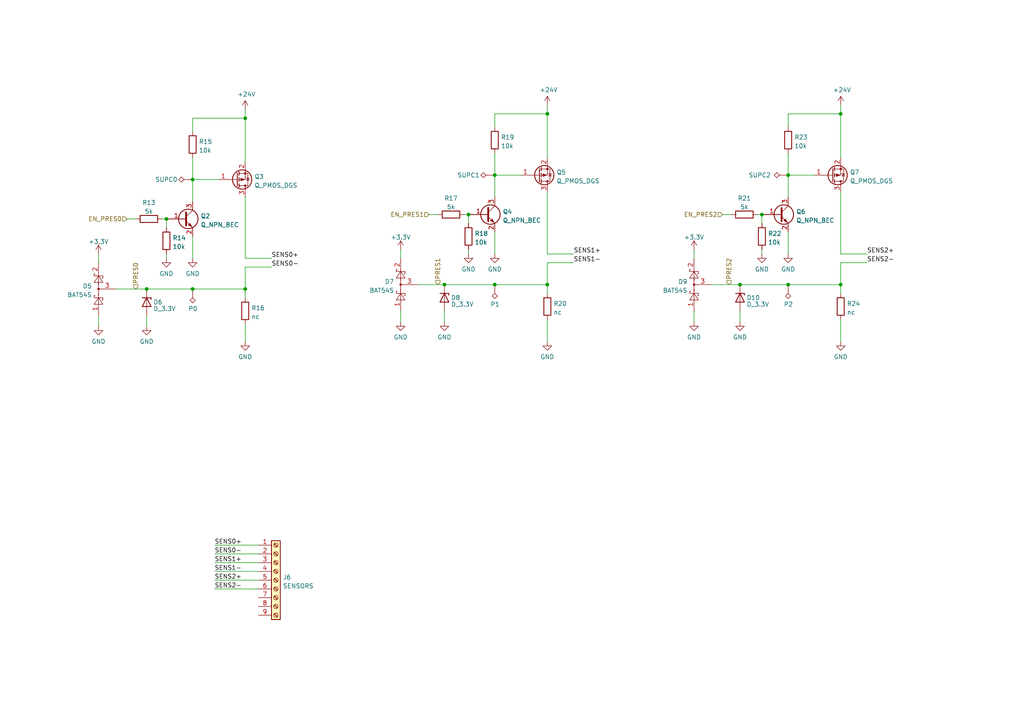
<source format=kicad_sch>
(kicad_sch (version 20211123) (generator eeschema)
  (paper "A4")
  (title_block (title "FloatPUMP Schematics") (date "2022-11-11") (rev "1.0") (company "robtor.de") (comment 1 "Controller board for up to 3 water pumps") (comment 2 "measuring capabilities with piezoresistive pressure sensors") (comment 3 "sensor input Range 4mA-20mA"))
  (lib_symbols
    (symbol "Connector:Screw_Terminal_01x09" (pin_names (offset 1.016) hide)
      (property "Reference" "J" (at 0 12.7 0))
      (property "Value" "Screw_Terminal_01x09" (at 0 -12.7 0))
      (symbol "Screw_Terminal_01x09_1_1"
        (rectangle (start -1.27 11.43) (end 1.27 -11.43) (stroke (width 0.254)) (fill (type background)))
        (circle (center 0 -10.16) (radius 0.635) (stroke (width 0.1524)))
        (circle (center 0 -7.62) (radius 0.635) (stroke (width 0.1524)))
        (circle (center 0 -5.08) (radius 0.635) (stroke (width 0.1524)))
        (circle (center 0 -2.54) (radius 0.635) (stroke (width 0.1524)))
        (polyline (pts (xy -0.5334 -9.8298) (xy 0.3302 -10.668)) (stroke (width 0.1524)))
        (polyline (pts (xy -0.5334 -7.2898) (xy 0.3302 -8.128)) (stroke (width 0.1524)))
        (polyline (pts (xy -0.5334 -4.7498) (xy 0.3302 -5.588)) (stroke (width 0.1524)))
        (polyline (pts (xy -0.5334 -2.2098) (xy 0.3302 -3.048)) (stroke (width 0.1524)))
        (polyline (pts (xy -0.5334 0.3302) (xy 0.3302 -0.508)) (stroke (width 0.1524)))
        (polyline (pts (xy -0.5334 2.8702) (xy 0.3302 2.032)) (stroke (width 0.1524)))
        (polyline (pts (xy -0.5334 5.4102) (xy 0.3302 4.572)) (stroke (width 0.1524)))
        (polyline (pts (xy -0.5334 7.9502) (xy 0.3302 7.112)) (stroke (width 0.1524)))
        (polyline (pts (xy -0.5334 10.4902) (xy 0.3302 9.652)) (stroke (width 0.1524)))
        (polyline (pts (xy -0.3556 -9.652) (xy 0.508 -10.4902)) (stroke (width 0.1524)))
        (polyline (pts (xy -0.3556 -7.112) (xy 0.508 -7.9502)) (stroke (width 0.1524)))
        (polyline (pts (xy -0.3556 -4.572) (xy 0.508 -5.4102)) (stroke (width 0.1524)))
        (polyline (pts (xy -0.3556 -2.032) (xy 0.508 -2.8702)) (stroke (width 0.1524)))
        (polyline (pts (xy -0.3556 0.508) (xy 0.508 -0.3302)) (stroke (width 0.1524)))
        (polyline (pts (xy -0.3556 3.048) (xy 0.508 2.2098)) (stroke (width 0.1524)))
        (polyline (pts (xy -0.3556 5.588) (xy 0.508 4.7498)) (stroke (width 0.1524)))
        (polyline (pts (xy -0.3556 8.128) (xy 0.508 7.2898)) (stroke (width 0.1524)))
        (polyline (pts (xy -0.3556 10.668) (xy 0.508 9.8298)) (stroke (width 0.1524)))
        (circle (center 0 0) (radius 0.635) (stroke (width 0.1524)))
        (circle (center 0 2.54) (radius 0.635) (stroke (width 0.1524)))
        (circle (center 0 5.08) (radius 0.635) (stroke (width 0.1524)))
        (circle (center 0 7.62) (radius 0.635) (stroke (width 0.1524)))
        (circle (center 0 10.16) (radius 0.635) (stroke (width 0.1524)))
        (pin passive line (at -5.08 10.16 0) (length 3.81) (name "Pin_1") (number "1"))
        (pin passive line (at -5.08 7.62 0) (length 3.81) (name "Pin_2") (number "2"))
        (pin passive line (at -5.08 5.08 0) (length 3.81) (name "Pin_3") (number "3"))
        (pin passive line (at -5.08 2.54 0) (length 3.81) (name "Pin_4") (number "4"))
        (pin passive line (at -5.08 0 0) (length 3.81) (name "Pin_5") (number "5"))
        (pin passive line (at -5.08 -2.54 0) (length 3.81) (name "Pin_6") (number "6"))
        (pin passive line (at -5.08 -5.08 0) (length 3.81) (name "Pin_7") (number "7"))
        (pin passive line (at -5.08 -7.62 0) (length 3.81) (name "Pin_8") (number "8"))
        (pin passive line (at -5.08 -10.16 0) (length 3.81) (name "Pin_9") (number "9"))
      )
    )
    (symbol "Connector:TestPoint_Alt" (pin_numbers hide) (pin_names (offset 0.762) hide)
      (property "Reference" "TP" (at 0 6.858 0))
      (property "Value" "TestPoint_Alt" (at 0 5.08 0))
      (symbol "TestPoint_Alt_0_1"
        (polyline (pts (xy 0 2.54) (xy -0.762 3.302) (xy 0 4.064) (xy 0.762 3.302) (xy 0 2.54)))
      )
      (symbol "TestPoint_Alt_1_1"
        (pin passive line (at 0 0 90) (length 2.54) (name "1") (number "1"))
      )
    )
    (symbol "D_Zener_1" (pin_numbers hide) (pin_names (offset 1.016) hide)
      (property "Reference" "D?" (at 2.032 0.8347 90))
      (property "Value" "D_Zener_1" (at 2.032 -1.7022 90))
      (symbol "D_Zener_1_0_1"
        (polyline (pts (xy 1.27 0) (xy -1.27 0)))
        (polyline (pts (xy -1.27 -1.27) (xy -1.27 1.27) (xy -0.762 1.27)) (stroke (width 0.254)))
        (polyline (pts (xy 1.27 -1.27) (xy 1.27 1.27) (xy -1.27 0) (xy 1.27 -1.27)) (stroke (width 0.254)))
      )
      (symbol "D_Zener_1_1_1"
        (pin passive line (at 3.81 0 180) (length 2.54) (name "A") (number "1"))
        (pin passive line (at -3.81 0 0) (length 2.54) (name "K") (number "3"))
      )
    )
    (symbol "Device:Q_NPN_BEC" (pin_names (offset 0) hide)
      (property "Reference" "Q" (at 5.08 1.27 0))
      (property "Value" "Q_NPN_BEC" (at 5.08 -1.27 0))
      (symbol "Q_NPN_BEC_0_1"
        (polyline (pts (xy 0.635 0.635) (xy 2.54 2.54)))
        (polyline (pts (xy 0.635 -0.635) (xy 2.54 -2.54) (xy 2.54 -2.54)))
        (polyline (pts (xy 0.635 1.905) (xy 0.635 -1.905) (xy 0.635 -1.905)) (stroke (width 0.508)))
        (polyline (pts (xy 1.27 -1.778) (xy 1.778 -1.27) (xy 2.286 -2.286) (xy 1.27 -1.778) (xy 1.27 -1.778)) (fill (type outline)))
        (circle (center 1.27 0) (radius 2.8194) (stroke (width 0.254)))
      )
      (symbol "Q_NPN_BEC_1_1"
        (pin input line (at -5.08 0 0) (length 5.715) (name "B") (number "1"))
        (pin passive line (at 2.54 -5.08 90) (length 2.54) (name "E") (number "2"))
        (pin passive line (at 2.54 5.08 270) (length 2.54) (name "C") (number "3"))
      )
    )
    (symbol "Device:Q_PMOS_GSD" (pin_names (offset 0) hide)
      (property "Reference" "Q" (at 5.08 1.27 0))
      (property "Value" "Q_PMOS_GSD" (at 5.08 -1.27 0))
      (symbol "Q_PMOS_GSD_0_1"
        (polyline (pts (xy 0.254 0) (xy -2.54 0)))
        (polyline (pts (xy 0.254 1.905) (xy 0.254 -1.905)) (stroke (width 0.254)))
        (polyline (pts (xy 0.762 -1.27) (xy 0.762 -2.286)) (stroke (width 0.254)))
        (polyline (pts (xy 0.762 0.508) (xy 0.762 -0.508)) (stroke (width 0.254)))
        (polyline (pts (xy 0.762 2.286) (xy 0.762 1.27)) (stroke (width 0.254)))
        (polyline (pts (xy 2.54 2.54) (xy 2.54 1.778)))
        (polyline (pts (xy 2.54 -2.54) (xy 2.54 0) (xy 0.762 0)))
        (polyline (pts (xy 0.762 1.778) (xy 3.302 1.778) (xy 3.302 -1.778) (xy 0.762 -1.778)))
        (polyline (pts (xy 2.286 0) (xy 1.27 0.381) (xy 1.27 -0.381) (xy 2.286 0)) (fill (type outline)))
        (polyline (pts (xy 2.794 -0.508) (xy 2.921 -0.381) (xy 3.683 -0.381) (xy 3.81 -0.254)))
        (polyline (pts (xy 3.302 -0.381) (xy 2.921 0.254) (xy 3.683 0.254) (xy 3.302 -0.381)))
        (circle (center 1.651 0) (radius 2.794) (stroke (width 0.254)))
        (circle (center 2.54 -1.778) (radius 0.254) (fill (type outline)))
        (circle (center 2.54 1.778) (radius 0.254) (fill (type outline)))
      )
      (symbol "Q_PMOS_GSD_1_1"
        (pin input line (at -5.08 0 0) (length 2.54) (name "G") (number "1"))
        (pin passive line (at 2.54 -5.08 90) (length 2.54) (name "S") (number "2"))
        (pin passive line (at 2.54 5.08 270) (length 2.54) (name "D") (number "3"))
      )
    )
    (symbol "Device:R" (pin_numbers hide) (pin_names (offset 0))
      (property "Reference" "R" (at 2.032 0 90))
      (property "Value" "R" (at 0 0 90))
      (symbol "R_0_1"
        (rectangle (start -1.016 -2.54) (end 1.016 2.54) (stroke (width 0.254)))
      )
      (symbol "R_1_1"
        (pin passive line (at 0 3.81 270) (length 1.27) (name "~") (number "1"))
        (pin passive line (at 0 -3.81 90) (length 1.27) (name "~") (number "2"))
      )
    )
    (symbol "Diode:BAT54S" (pin_names (offset 1.016))
      (property "Reference" "D" (at 0.635 -3.81 0))
      (property "Value" "BAT54S" (at -6.35 3.175 0))
      (symbol "BAT54S_0_1"
        (polyline (pts (xy -3.81 0) (xy -1.27 0)))
        (polyline (pts (xy -3.175 -1.27) (xy -3.175 -1.016)))
        (polyline (pts (xy -2.54 -1.27) (xy -3.175 -1.27)))
        (polyline (pts (xy -2.54 -1.27) (xy -2.54 1.27)))
        (polyline (pts (xy -2.54 1.27) (xy -1.905 1.27)))
        (polyline (pts (xy -1.905 0) (xy 1.905 0)))
        (polyline (pts (xy -1.905 1.27) (xy -1.905 1.016)))
        (polyline (pts (xy 1.27 0) (xy 3.81 0)))
        (polyline (pts (xy 3.175 -1.27) (xy 3.175 -1.016)))
        (polyline (pts (xy 3.81 -1.27) (xy 3.175 -1.27)))
        (polyline (pts (xy 3.81 -1.27) (xy 3.81 1.27)))
        (polyline (pts (xy 3.81 1.27) (xy 4.445 1.27)))
        (polyline (pts (xy 4.445 1.27) (xy 4.445 1.016)))
        (polyline (pts (xy -4.445 1.27) (xy -4.445 -1.27) (xy -2.54 0) (xy -4.445 1.27)))
        (polyline (pts (xy 1.905 1.27) (xy 1.905 -1.27) (xy 3.81 0) (xy 1.905 1.27)))
        (circle (center 0 0) (radius 0.254) (fill (type outline)))
      )
      (symbol "BAT54S_1_1"
        (pin passive line (at -7.62 0 0) (length 3.81) (name "~") (number "1"))
        (pin passive line (at 7.62 0 180) (length 3.81) (name "~") (number "2"))
        (pin passive line (at 0 -5.08 90) (length 5.08) (name "~") (number "3"))
      )
    )
    (symbol "power:+24V" (power) (pin_names (offset 0))
      (property "Value" "+24V" (at 0 3.556 0))
      (symbol "+24V_0_1"
        (polyline (pts (xy -0.762 1.27) (xy 0 2.54)))
        (polyline (pts (xy 0 0) (xy 0 2.54)))
        (polyline (pts (xy 0 2.54) (xy 0.762 1.27)))
      )
      (symbol "+24V_1_1"
        (pin power_in line (at 0 0 90) (length 0) hide (name "+24V") (number "1"))
      )
    )
    (symbol "power:+3.3V" (power) (pin_names (offset 0))
      (property "Value" "+3.3V" (at 0 3.556 0))
      (symbol "+3.3V_0_1"
        (polyline (pts (xy -0.762 1.27) (xy 0 2.54)))
        (polyline (pts (xy 0 0) (xy 0 2.54)))
        (polyline (pts (xy 0 2.54) (xy 0.762 1.27)))
      )
      (symbol "+3.3V_1_1"
        (pin power_in line (at 0 0 90) (length 0) hide (name "+3.3V") (number "1"))
      )
    )
    (symbol "power:GND" (power) (pin_names (offset 0))
      (property "Value" "GND" (at 0 -3.81 0))
      (symbol "GND_0_1"
        (polyline (pts (xy 0 0) (xy 0 -1.27) (xy 1.27 -1.27) (xy 0 -2.54) (xy -1.27 -1.27) (xy 0 -1.27)))
      )
      (symbol "GND_1_1"
        (pin power_in line (at 0 0 270) (length 0) hide (name "GND") (number "1"))
      )
    )
  )
  (junction (at 143.51 50.8))
  (junction (at 128.905 82.55))
  (junction (at 158.75 33.02))
  (junction (at 243.84 33.02))
  (junction (at 243.84 82.55))
  (junction (at 55.88 52.07))
  (junction (at 158.75 82.55))
  (junction (at 228.6 82.55))
  (junction (at 228.6 50.8))
  (junction (at 42.545 83.82))
  (junction (at 214.63 82.55))
  (junction (at 220.98 62.23))
  (junction (at 135.89 62.23))
  (junction (at 55.88 83.82))
  (junction (at 71.12 34.29))
  (junction (at 143.51 82.55))
  (junction (at 71.12 83.82))
  (junction (at 48.26 63.5))
  (wire (pts (xy 33.655 83.82) (xy 42.545 83.82)))
  (wire (pts (xy 219.71 62.23) (xy 220.98 62.23)))
  (wire (pts (xy 128.905 82.55) (xy 143.51 82.55)))
  (wire (pts (xy 143.51 33.02) (xy 158.75 33.02)))
  (wire (pts (xy 62.23 170.815) (xy 74.93 170.815)))
  (wire (pts (xy 220.98 72.39) (xy 220.98 73.66)))
  (wire (pts (xy 228.6 44.45) (xy 228.6 50.8)))
  (wire (pts (xy 128.905 90.17) (xy 128.905 93.345)))
  (wire (pts (xy 134.62 62.23) (xy 135.89 62.23)))
  (wire (pts (xy 158.75 82.55) (xy 158.75 85.09)))
  (wire (pts (xy 71.12 31.75) (xy 71.12 34.29)))
  (wire (pts (xy 62.23 158.115) (xy 74.93 158.115)))
  (wire (pts (xy 243.84 82.55) (xy 243.84 85.09)))
  (wire (pts (xy 62.23 163.195) (xy 74.93 163.195)))
  (wire (pts (xy 62.23 165.735) (xy 74.93 165.735)))
  (wire (pts (xy 55.88 45.72) (xy 55.88 52.07)))
  (wire (pts (xy 166.37 76.2) (xy 158.75 76.2)))
  (wire (pts (xy 62.23 168.275) (xy 74.93 168.275)))
  (wire (pts (xy 228.6 67.31) (xy 228.6 73.66)))
  (wire (pts (xy 158.75 76.2) (xy 158.75 82.55)))
  (wire (pts (xy 243.84 92.71) (xy 243.84 99.06)))
  (wire (pts (xy 71.12 57.15) (xy 71.12 74.93)))
  (wire (pts (xy 124.46 62.23) (xy 127 62.23)))
  (wire (pts (xy 48.26 63.5) (xy 48.26 66.04)))
  (wire (pts (xy 158.75 92.71) (xy 158.75 99.06)))
  (wire (pts (xy 158.75 55.88) (xy 158.75 73.66)))
  (wire (pts (xy 201.295 72.39) (xy 201.295 74.93)))
  (wire (pts (xy 228.6 36.83) (xy 228.6 33.02)))
  (wire (pts (xy 158.75 30.48) (xy 158.75 33.02)))
  (wire (pts (xy 228.6 50.8) (xy 236.22 50.8)))
  (wire (pts (xy 201.295 90.17) (xy 201.295 93.345)))
  (wire (pts (xy 28.575 73.66) (xy 28.575 76.2)))
  (wire (pts (xy 143.51 36.83) (xy 143.51 33.02)))
  (wire (pts (xy 220.98 62.23) (xy 220.98 64.77)))
  (wire (pts (xy 78.74 77.47) (xy 71.12 77.47)))
  (wire (pts (xy 135.89 72.39) (xy 135.89 73.66)))
  (wire (pts (xy 78.74 74.93) (xy 71.12 74.93)))
  (wire (pts (xy 55.88 38.1) (xy 55.88 34.29)))
  (wire (pts (xy 228.6 82.55) (xy 243.84 82.55)))
  (wire (pts (xy 55.88 52.07) (xy 63.5 52.07)))
  (wire (pts (xy 36.83 63.5) (xy 39.37 63.5)))
  (wire (pts (xy 251.46 73.66) (xy 243.84 73.66)))
  (wire (pts (xy 28.575 91.44) (xy 28.575 94.615)))
  (wire (pts (xy 206.375 82.55) (xy 214.63 82.55)))
  (wire (pts (xy 55.88 68.58) (xy 55.88 74.93)))
  (wire (pts (xy 143.51 50.8) (xy 143.51 57.15)))
  (wire (pts (xy 55.88 34.29) (xy 71.12 34.29)))
  (wire (pts (xy 143.51 44.45) (xy 143.51 50.8)))
  (wire (pts (xy 121.285 82.55) (xy 128.905 82.55)))
  (wire (pts (xy 251.46 76.2) (xy 243.84 76.2)))
  (wire (pts (xy 209.55 62.23) (xy 212.09 62.23)))
  (wire (pts (xy 71.12 34.29) (xy 71.12 46.99)))
  (wire (pts (xy 135.89 64.77) (xy 135.89 62.23)))
  (wire (pts (xy 228.6 50.8) (xy 228.6 57.15)))
  (wire (pts (xy 143.51 67.31) (xy 143.51 73.66)))
  (wire (pts (xy 55.88 52.07) (xy 55.88 58.42)))
  (wire (pts (xy 42.545 91.44) (xy 42.545 94.615)))
  (wire (pts (xy 158.75 33.02) (xy 158.75 45.72)))
  (wire (pts (xy 243.84 33.02) (xy 243.84 45.72)))
  (wire (pts (xy 48.26 73.66) (xy 48.26 74.93)))
  (wire (pts (xy 143.51 82.55) (xy 158.75 82.55)))
  (wire (pts (xy 42.545 83.82) (xy 55.88 83.82)))
  (wire (pts (xy 166.37 73.66) (xy 158.75 73.66)))
  (wire (pts (xy 71.12 93.98) (xy 71.12 99.06)))
  (wire (pts (xy 116.205 72.39) (xy 116.205 74.93)))
  (wire (pts (xy 143.51 50.8) (xy 151.13 50.8)))
  (wire (pts (xy 214.63 82.55) (xy 228.6 82.55)))
  (wire (pts (xy 243.84 76.2) (xy 243.84 82.55)))
  (wire (pts (xy 228.6 33.02) (xy 243.84 33.02)))
  (wire (pts (xy 71.12 83.82) (xy 71.12 86.36)))
  (wire (pts (xy 62.23 160.655) (xy 74.93 160.655)))
  (wire (pts (xy 71.12 77.47) (xy 71.12 83.82)))
  (wire (pts (xy 55.88 83.82) (xy 71.12 83.82)))
  (wire (pts (xy 243.84 30.48) (xy 243.84 33.02)))
  (wire (pts (xy 243.84 55.88) (xy 243.84 73.66)))
  (wire (pts (xy 46.99 63.5) (xy 48.26 63.5)))
  (wire (pts (xy 116.205 90.17) (xy 116.205 93.345)))
  (wire (pts (xy 214.63 90.17) (xy 214.63 93.345)))
  (label "SENS0+" (at 78.74 74.93 0))
  (label "SENS1-" (at 166.37 76.2 0))
  (label "SENS0-" (at 78.74 77.47 0))
  (label "SENS1+" (at 166.37 73.66 0))
  (label "SENS1-" (at 62.23 165.735 0))
  (label "SENS1+" (at 62.23 163.195 0))
  (label "SENS2+" (at 251.46 73.66 0))
  (label "SENS2-" (at 251.46 76.2 0))
  (label "SENS0-" (at 62.23 160.655 0))
  (label "SENS2-" (at 62.23 170.815 0))
  (label "SENS2+" (at 62.23 168.275 0))
  (label "SENS0+" (at 62.23 158.115 0))
  (hierarchical_label "EN_PRES1" (shape input) (at 124.46 62.23 180))
  (hierarchical_label "PRES2" (shape input) (at 211.455 82.55 90))
  (hierarchical_label "PRES0" (shape input) (at 39.37 83.82 90))
  (hierarchical_label "EN_PRES2" (shape input) (at 209.55 62.23 180))
  (hierarchical_label "EN_PRES0" (shape input) (at 36.83 63.5 180))
  (hierarchical_label "PRES1" (shape input) (at 127 82.55 90))
  (symbol (lib_id "power:+24V") (at 71.12 31.75 0) (unit 1)
    (property "Reference" "#PWR044" (effects hide))
    (property "Value" "+24V" (at 71.501 27.3558 0))
  )
  (symbol (lib_id "power:+24V") (at 158.75 30.48 0) (unit 1)
    (property "Reference" "#PWR051" (effects hide))
    (property "Value" "+24V" (at 159.131 26.0858 0))
  )
  (symbol (lib_id "power:GND") (at 214.63 93.345 0) (unit 1)
    (property "Reference" "#PWR055" (effects hide))
    (property "Value" "GND" (at 214.63 97.7884 0))
  )
  (symbol (lib_id "Connector:Screw_Terminal_01x09") (at 80.01 168.275 0) (unit 1)
    (property "Reference" "J6" (at 82.042 167.4403 0) (effects (justify left)))
    (property "Value" "SENSORS" (at 82.042 169.9772 0) (effects (justify left)))
    (property "Footprint" "TerminalBlock_Phoenix:TerminalBlock_Phoenix_MKDS-3-9-5.08_1x09_P5.08mm_Horizontal" (effects hide))
  )
  (symbol (lib_id "Diode:BAT54S") (at 28.575 83.82 90) (unit 1)
    (property "Reference" "D5" (at 26.67 82.9853 90) (effects (justify left)))
    (property "Value" "BAT54S" (at 26.67 85.5222 90) (effects (justify left)))
    (property "Footprint" "Package_TO_SOT_SMD:SOT-23" (effects hide))
    (property "Datasheet" "https://www.diodes.com/assets/Datasheets/ds11005.pdf" (effects hide))
    (property "JLCPCB" "C2762214" (effects hide))
  )
  (symbol (lib_id "power:+24V") (at 243.84 30.48 0) (unit 1)
    (property "Reference" "#PWR058" (effects hide))
    (property "Value" "+24V" (at 244.221 26.0858 0))
  )
  (symbol (lib_id "Device:Q_PMOS_GSD") (at 156.21 50.8 0) (mirror x) (unit 1)
    (property "Reference" "Q5" (at 161.417 49.9653 0) (effects (justify left)))
    (property "Value" "Q_PMOS_DGS" (at 161.417 52.5022 0) (effects (justify left)))
    (property "Footprint" "Package_TO_SOT_SMD:SOT-23" (effects hide))
    (property "Datasheet" "https://datasheet.lcsc.com/lcsc/1809291614_Jiangsu-Changjing-Electronics-Technology-Co---Ltd--BSS84_C114481.pdf" (effects hide))
    (property "JLCPCB" " C114481" (effects hide))
  )
  (symbol (lib_id "power:GND") (at 228.6 73.66 0) (unit 1)
    (property "Reference" "#PWR057" (effects hide))
    (property "Value" "GND" (at 228.6 78.1034 0))
  )
  (symbol (lib_id "power:GND") (at 116.205 93.345 0) (unit 1)
    (property "Reference" "#PWR047" (effects hide))
    (property "Value" "GND" (at 116.205 97.7884 0))
  )
  (symbol (lib_id "Device:Q_PMOS_GSD") (at 68.58 52.07 0) (mirror x) (unit 1)
    (property "Reference" "Q3" (at 73.787 51.2353 0) (effects (justify left)))
    (property "Value" "Q_PMOS_DGS" (at 73.787 53.7722 0) (effects (justify left)))
    (property "Footprint" "Package_TO_SOT_SMD:SOT-23" (effects hide))
    (property "Datasheet" "https://datasheet.lcsc.com/lcsc/1809291614_Jiangsu-Changjing-Electronics-Technology-Co---Ltd--BSS84_C114481.pdf" (effects hide))
    (property "JLCPCB" " C114481" (effects hide))
  )
  (symbol (lib_id "power:GND") (at 158.75 99.06 0) (unit 1)
    (property "Reference" "#PWR052" (effects hide))
    (property "Value" "GND" (at 158.75 103.5034 0))
  )
  (symbol (lib_id "Connector:TestPoint_Alt") (at 55.88 83.82 180) (unit 1)
    (property "Reference" "TP11" (effects hide))
    (property "Value" "P0" (at 54.61 89.535 0) (effects (justify right)))
    (property "Footprint" "TestPoint:TestPoint_Pad_D1.0mm" (effects hide))
  )
  (symbol (lib_id "power:+3.3V") (at 28.575 73.66 0) (unit 1)
    (property "Reference" "#PWR039" (effects hide))
    (property "Value" "+3.3V" (at 28.575 70.0842 0))
  )
  (symbol (lib_id "Connector:TestPoint_Alt") (at 228.6 82.55 180) (unit 1)
    (property "Reference" "TP15" (effects hide))
    (property "Value" "P2" (at 227.33 88.265 0) (effects (justify right)))
    (property "Footprint" "TestPoint:TestPoint_Pad_D1.0mm" (effects hide))
  )
  (symbol (lib_id "Device:R") (at 215.9 62.23 90) (unit 1)
    (property "Reference" "R21" (at 215.9 57.5142 90))
    (property "Value" "5k" (at 215.9 60.0511 90))
    (property "Footprint" "Resistor_SMD:R_0402_1005Metric" (effects hide))
    (property "JLCPCB" "C332873" (effects hide))
  )
  (symbol (lib_id "power:+3.3V") (at 116.205 72.39 0) (unit 1)
    (property "Reference" "#PWR046" (effects hide))
    (property "Value" "+3.3V" (at 116.205 68.8142 0))
  )
  (symbol (lib_id "Device:R") (at 55.88 41.91 0) (unit 1)
    (property "Reference" "R15" (at 57.658 41.0753 0) (effects (justify left)))
    (property "Value" "10k" (at 57.658 43.6122 0) (effects (justify left)))
    (property "Footprint" "Resistor_SMD:R_0603_1608Metric" (effects hide))
    (property "JLCPCB" "C238881" (effects hide))
  )
  (symbol (lib_id "power:GND") (at 243.84 99.06 0) (unit 1)
    (property "Reference" "#PWR059" (effects hide))
    (property "Value" "GND" (at 243.84 103.5034 0))
  )
  (symbol (lib_id "Connector:TestPoint_Alt") (at 143.51 50.8 90) (unit 1)
    (property "Reference" "TP12" (effects hide))
    (property "Value" "SUPC1" (at 135.89 50.8 90))
    (property "Footprint" "TestPoint:TestPoint_Pad_D1.0mm" (effects hide))
  )
  (symbol (lib_name "D_Zener_1") (lib_id "Device:D_Zener") (at 214.63 86.36 270) (unit 1)
    (property "Reference" "D10" (at 216.535 86.36 90) (effects (justify left)))
    (property "Value" "D_3.3V" (at 216.535 88.265 90) (effects (justify left)))
    (property "Footprint" "Package_TO_SOT_SMD:SOT-23" (effects hide))
    (property "Datasheet" "https://datasheet.lcsc.com/lcsc/1809191825_LRC-LBZX84C3V3LT1G_C12745.pdf" (effects hide))
  )
  (symbol (lib_id "power:GND") (at 48.26 74.93 0) (unit 1)
    (property "Reference" "#PWR042" (effects hide))
    (property "Value" "GND" (at 48.26 79.3734 0))
  )
  (symbol (lib_id "Device:Q_NPN_BEC") (at 140.97 62.23 0) (unit 1)
    (property "Reference" "Q4" (at 145.8214 61.3953 0) (effects (justify left)))
    (property "Value" "Q_NPN_BEC" (at 145.8214 63.9322 0) (effects (justify left)))
    (property "Footprint" "Package_TO_SOT_SMD:SOT-23" (effects hide))
    (property "Datasheet" "https://datasheet.lcsc.com/lcsc/1912111437_Diodes-Incorporated-FMMT491TA_C141788.pdf" (effects hide))
    (property "JLCPCB" "C141788" (effects hide))
  )
  (symbol (lib_id "power:GND") (at 135.89 73.66 0) (unit 1)
    (property "Reference" "#PWR049" (effects hide))
    (property "Value" "GND" (at 135.89 78.1034 0))
  )
  (symbol (lib_id "Device:Q_NPN_BEC") (at 53.34 63.5 0) (unit 1)
    (property "Reference" "Q2" (at 58.1914 62.6653 0) (effects (justify left)))
    (property "Value" "Q_NPN_BEC" (at 58.1914 65.2022 0) (effects (justify left)))
    (property "Footprint" "Package_TO_SOT_SMD:SOT-23" (effects hide))
    (property "Datasheet" "https://datasheet.lcsc.com/lcsc/1912111437_Diodes-Incorporated-FMMT491TA_C141788.pdf" (effects hide))
    (property "JLCPCB" "C141788" (effects hide))
  )
  (symbol (lib_id "power:+3.3V") (at 201.295 72.39 0) (unit 1)
    (property "Reference" "#PWR053" (effects hide))
    (property "Value" "+3.3V" (at 201.295 68.8142 0))
  )
  (symbol (lib_id "power:GND") (at 201.295 93.345 0) (unit 1)
    (property "Reference" "#PWR054" (effects hide))
    (property "Value" "GND" (at 201.295 97.7884 0))
  )
  (symbol (lib_id "Connector:TestPoint_Alt") (at 143.51 82.55 180) (unit 1)
    (property "Reference" "TP13" (effects hide))
    (property "Value" "P1" (at 142.24 88.265 0) (effects (justify right)))
    (property "Footprint" "TestPoint:TestPoint_Pad_D1.0mm" (effects hide))
  )
  (symbol (lib_id "Connector:TestPoint_Alt") (at 55.88 52.07 90) (unit 1)
    (property "Reference" "TP10" (effects hide))
    (property "Value" "SUPC0" (at 48.26 52.07 90))
    (property "Footprint" "TestPoint:TestPoint_Pad_D1.0mm" (effects hide))
  )
  (symbol (lib_id "power:GND") (at 71.12 99.06 0) (unit 1)
    (property "Reference" "#PWR045" (effects hide))
    (property "Value" "GND" (at 71.12 103.5034 0))
  )
  (symbol (lib_id "power:GND") (at 143.51 73.66 0) (unit 1)
    (property "Reference" "#PWR050" (effects hide))
    (property "Value" "GND" (at 143.51 78.1034 0))
  )
  (symbol (lib_id "Device:R") (at 220.98 68.58 0) (unit 1)
    (property "Reference" "R22" (at 222.758 67.7453 0) (effects (justify left)))
    (property "Value" "10k" (at 222.758 70.2822 0) (effects (justify left)))
    (property "Footprint" "Resistor_SMD:R_0603_1608Metric" (effects hide))
    (property "JLCPCB" "C238881" (effects hide))
  )
  (symbol (lib_id "Device:R") (at 135.89 68.58 0) (unit 1)
    (property "Reference" "R18" (at 137.668 67.7453 0) (effects (justify left)))
    (property "Value" "10k" (at 137.668 70.2822 0) (effects (justify left)))
    (property "Footprint" "Resistor_SMD:R_0603_1608Metric" (effects hide))
    (property "JLCPCB" "C238881" (effects hide))
  )
  (symbol (lib_id "Device:R") (at 158.75 88.9 0) (unit 1)
    (property "Reference" "R20" (at 160.528 88.0653 0) (effects (justify left)))
    (property "Value" "nc" (at 160.528 90.6022 0) (effects (justify left)))
    (property "Footprint" "Resistor_THT:R_Axial_DIN0204_L3.6mm_D1.6mm_P7.62mm_Horizontal" (effects hide))
  )
  (symbol (lib_name "D_Zener_1") (lib_id "Device:D_Zener") (at 128.905 86.36 270) (unit 1)
    (property "Reference" "D8" (at 130.81 86.36 90) (effects (justify left)))
    (property "Value" "D_3.3V" (at 130.81 88.265 90) (effects (justify left)))
    (property "Footprint" "Package_TO_SOT_SMD:SOT-23" (effects hide))
    (property "Datasheet" "https://datasheet.lcsc.com/lcsc/1809191825_LRC-LBZX84C3V3LT1G_C12745.pdf" (effects hide))
  )
  (symbol (lib_id "Device:R") (at 48.26 69.85 0) (unit 1)
    (property "Reference" "R14" (at 50.038 69.0153 0) (effects (justify left)))
    (property "Value" "10k" (at 50.038 71.5522 0) (effects (justify left)))
    (property "Footprint" "Resistor_SMD:R_0603_1608Metric" (effects hide))
    (property "JLCPCB" "C238881" (effects hide))
  )
  (symbol (lib_id "Device:R") (at 243.84 88.9 0) (unit 1)
    (property "Reference" "R24" (at 245.618 88.0653 0) (effects (justify left)))
    (property "Value" "nc" (at 245.618 90.6022 0) (effects (justify left)))
    (property "Footprint" "Resistor_THT:R_Axial_DIN0204_L3.6mm_D1.6mm_P7.62mm_Horizontal" (effects hide))
  )
  (symbol (lib_id "Device:Q_NPN_BEC") (at 226.06 62.23 0) (unit 1)
    (property "Reference" "Q6" (at 230.9114 61.3953 0) (effects (justify left)))
    (property "Value" "Q_NPN_BEC" (at 230.9114 63.9322 0) (effects (justify left)))
    (property "Footprint" "Package_TO_SOT_SMD:SOT-23" (effects hide))
    (property "Datasheet" "https://datasheet.lcsc.com/lcsc/1912111437_Diodes-Incorporated-FMMT491TA_C141788.pdf" (effects hide))
    (property "JLCPCB" "C141788" (effects hide))
  )
  (symbol (lib_id "power:GND") (at 28.575 94.615 0) (unit 1)
    (property "Reference" "#PWR040" (effects hide))
    (property "Value" "GND" (at 28.575 99.0584 0))
  )
  (symbol (lib_id "Device:R") (at 71.12 90.17 0) (unit 1)
    (property "Reference" "R16" (at 72.898 89.3353 0) (effects (justify left)))
    (property "Value" "nc" (at 72.898 91.8722 0) (effects (justify left)))
    (property "Footprint" "Resistor_THT:R_Axial_DIN0204_L3.6mm_D1.6mm_P7.62mm_Horizontal" (effects hide))
  )
  (symbol (lib_id "Diode:BAT54S") (at 201.295 82.55 90) (unit 1)
    (property "Reference" "D9" (at 199.39 81.7153 90) (effects (justify left)))
    (property "Value" "BAT54S" (at 199.39 84.2522 90) (effects (justify left)))
    (property "Footprint" "Package_TO_SOT_SMD:SOT-23" (effects hide))
    (property "Datasheet" "https://www.diodes.com/assets/Datasheets/ds11005.pdf" (effects hide))
    (property "JLCPCB" "C2762214" (effects hide))
  )
  (symbol (lib_id "Device:R") (at 130.81 62.23 90) (unit 1)
    (property "Reference" "R17" (at 130.81 57.5142 90))
    (property "Value" "5k" (at 130.81 60.0511 90))
    (property "Footprint" "Resistor_SMD:R_0402_1005Metric" (effects hide))
    (property "JLCPCB" "C332873" (effects hide))
  )
  (symbol (lib_id "Device:Q_PMOS_GSD") (at 241.3 50.8 0) (mirror x) (unit 1)
    (property "Reference" "Q7" (at 246.507 49.9653 0) (effects (justify left)))
    (property "Value" "Q_PMOS_DGS" (at 246.507 52.5022 0) (effects (justify left)))
    (property "Footprint" "Package_TO_SOT_SMD:SOT-23" (effects hide))
    (property "Datasheet" "https://datasheet.lcsc.com/lcsc/1809291614_Jiangsu-Changjing-Electronics-Technology-Co---Ltd--BSS84_C114481.pdf" (effects hide))
    (property "JLCPCB" " C114481" (effects hide))
  )
  (symbol (lib_id "power:GND") (at 220.98 73.66 0) (unit 1)
    (property "Reference" "#PWR056" (effects hide))
    (property "Value" "GND" (at 220.98 78.1034 0))
  )
  (symbol (lib_id "power:GND") (at 42.545 94.615 0) (unit 1)
    (property "Reference" "#PWR041" (effects hide))
    (property "Value" "GND" (at 42.545 99.0584 0))
  )
  (symbol (lib_id "Connector:TestPoint_Alt") (at 228.6 50.8 90) (unit 1)
    (property "Reference" "TP14" (effects hide))
    (property "Value" "SUPC2" (at 220.345 50.8 90))
    (property "Footprint" "TestPoint:TestPoint_Pad_D1.0mm" (effects hide))
  )
  (symbol (lib_id "Diode:BAT54S") (at 116.205 82.55 90) (unit 1)
    (property "Reference" "D7" (at 114.3 81.7153 90) (effects (justify left)))
    (property "Value" "BAT54S" (at 114.3 84.2522 90) (effects (justify left)))
    (property "Footprint" "Package_TO_SOT_SMD:SOT-23" (effects hide))
    (property "Datasheet" "https://www.diodes.com/assets/Datasheets/ds11005.pdf" (effects hide))
    (property "JLCPCB" "C2762214" (effects hide))
  )
  (symbol (lib_id "Device:R") (at 228.6 40.64 0) (unit 1)
    (property "Reference" "R23" (at 230.378 39.8053 0) (effects (justify left)))
    (property "Value" "10k" (at 230.378 42.3422 0) (effects (justify left)))
    (property "Footprint" "Resistor_SMD:R_0603_1608Metric" (effects hide))
    (property "JLCPCB" "C238881" (effects hide))
  )
  (symbol (lib_id "power:GND") (at 55.88 74.93 0) (unit 1)
    (property "Reference" "#PWR043" (effects hide))
    (property "Value" "GND" (at 55.88 79.3734 0))
  )
  (symbol (lib_name "D_Zener_1") (lib_id "Device:D_Zener") (at 42.545 87.63 270) (unit 1)
    (property "Reference" "D6" (at 44.45 87.63 90) (effects (justify left)))
    (property "Value" "D_3.3V" (at 44.45 89.535 90) (effects (justify left)))
    (property "Footprint" "Package_TO_SOT_SMD:SOT-23" (effects hide))
    (property "Datasheet" "https://datasheet.lcsc.com/lcsc/1809191825_LRC-LBZX84C3V3LT1G_C12745.pdf" (effects hide))
  )
  (symbol (lib_id "power:GND") (at 128.905 93.345 0) (unit 1)
    (property "Reference" "#PWR048" (effects hide))
    (property "Value" "GND" (at 128.905 97.7884 0))
  )
  (symbol (lib_id "Device:R") (at 43.18 63.5 90) (unit 1)
    (property "Reference" "R13" (at 43.18 58.7842 90))
    (property "Value" "5k" (at 43.18 61.3211 90))
    (property "Footprint" "Resistor_SMD:R_0402_1005Metric" (effects hide))
    (property "JLCPCB" "C332873" (effects hide))
  )
  (symbol (lib_id "Device:R") (at 143.51 40.64 0) (unit 1)
    (property "Reference" "R19" (at 145.288 39.8053 0) (effects (justify left)))
    (property "Value" "10k" (at 145.288 42.3422 0) (effects (justify left)))
    (property "Footprint" "Resistor_SMD:R_0603_1608Metric" (effects hide))
    (property "JLCPCB" "C238881" (effects hide))
  )
)
</source>
